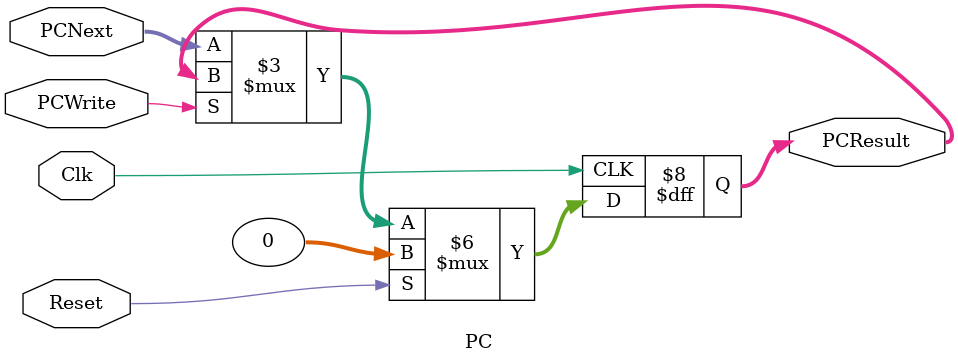
<source format=v>
`default_nettype none

module PC(PCNext, PCResult, Reset, Clk, PCWrite);

	input wire  [31:0]  PCNext;
	input wire          Reset, Clk, PCWrite;

	output reg  [31:0]  PCResult;

    always @(posedge Clk)
    begin
    	if (Reset)
    	begin
    		PCResult <= 32'h00000000;
    	end
    	else
    	begin
			if (!PCWrite) begin
				PCResult <= PCNext;
			end
    	end
    end

/*
	always @(negedge PCWrite) begin
		PCResult <= PCNext;
	end
*/

endmodule

</source>
